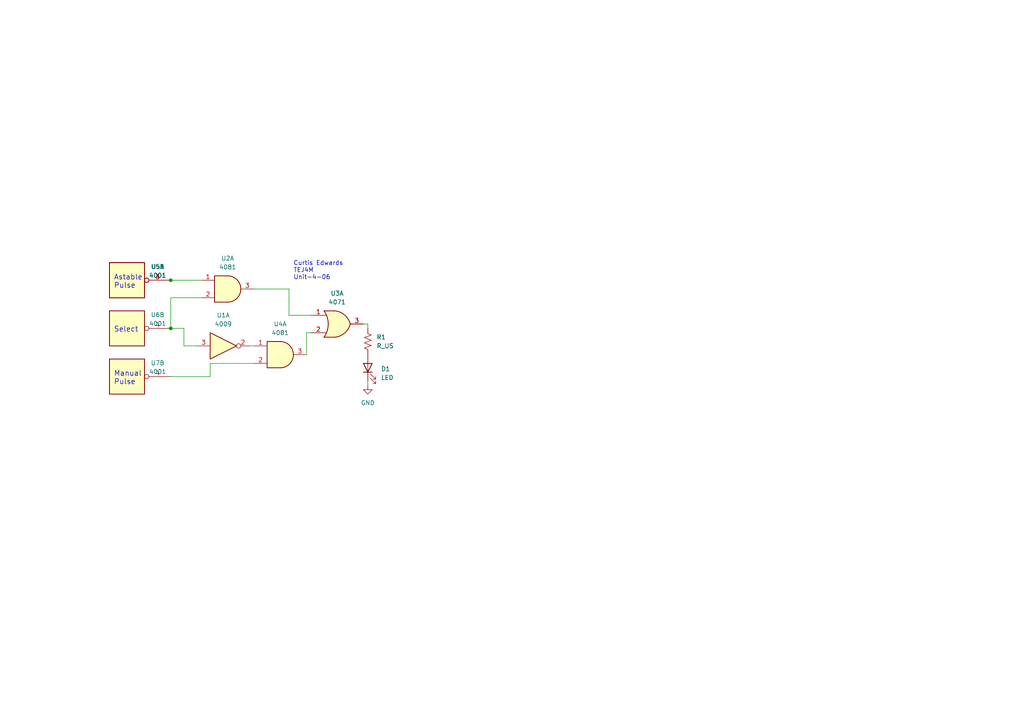
<source format=kicad_sch>
(kicad_sch (version 20230121) (generator eeschema)

  (uuid d47e9618-61dc-4ede-b2b2-95a4a4dfc545)

  (paper "A4")

  (lib_symbols
    (symbol "4001_1" (in_bom yes) (on_board yes)
      (property "Reference" "U5" (at 8.89 3.9369 0)
        (effects (font (size 1.27 1.27)))
      )
      (property "Value" "4001" (at 8.89 1.3969 0)
        (effects (font (size 1.27 1.27)))
      )
      (property "Footprint" "" (at 0 0 0)
        (effects (font (size 1.27 1.27)) hide)
      )
      (property "Datasheet" "" (at 0 0 0)
        (effects (font (size 1.27 1.27)) hide)
      )
      (symbol "4001_1_0_0"
        (rectangle (start -5.08 5.08) (end 5.08 -5.08)
          (stroke (width 0.254) (type default))
          (fill (type background))
        )
      )
      (symbol "4001_1_1_1"
        (pin output inverted (at 12.7 0 180) (length 7.62)
          (name "~" (effects (font (size 1.27 1.27))))
          (number "3" (effects (font (size 1.27 1.27))))
        )
      )
      (symbol "4001_1_2_1"
        (pin output inverted (at 12.7 0 180) (length 7.62)
          (name "~" (effects (font (size 1.27 1.27))))
          (number "4" (effects (font (size 1.27 1.27))))
        )
      )
      (symbol "4001_1_3_1"
        (pin output inverted (at 12.7 0 180) (length 7.62)
          (name "~" (effects (font (size 1.27 1.27))))
          (number "10" (effects (font (size 1.27 1.27))))
        )
      )
      (symbol "4001_1_4_1"
        (pin output inverted (at 12.7 0 180) (length 7.62)
          (name "~" (effects (font (size 1.27 1.27))))
          (number "11" (effects (font (size 1.27 1.27))))
        )
      )
    )
    (symbol "4xxx:4009" (pin_names (offset 1.016)) (in_bom yes) (on_board yes)
      (property "Reference" "U" (at 0 1.27 0)
        (effects (font (size 1.27 1.27)))
      )
      (property "Value" "4009" (at 0 -1.27 0)
        (effects (font (size 1.27 1.27)))
      )
      (property "Footprint" "" (at 0 0 0)
        (effects (font (size 1.27 1.27)) hide)
      )
      (property "Datasheet" "http://www.sycelectronica.com.ar/semiconductores/CD4009.pdf" (at 0 0 0)
        (effects (font (size 1.27 1.27)) hide)
      )
      (property "ki_locked" "" (at 0 0 0)
        (effects (font (size 1.27 1.27)))
      )
      (property "ki_keywords" "CMOS INV BUFFER high sink, VCC and VDD sep. VDD>VI>VCC!" (at 0 0 0)
        (effects (font (size 1.27 1.27)) hide)
      )
      (property "ki_description" "Hex Buffer Inverter" (at 0 0 0)
        (effects (font (size 1.27 1.27)) hide)
      )
      (property "ki_fp_filters" "DIP?16*" (at 0 0 0)
        (effects (font (size 1.27 1.27)) hide)
      )
      (symbol "4009_1_0"
        (polyline
          (pts
            (xy -3.81 3.81)
            (xy -3.81 -3.81)
            (xy 3.81 0)
            (xy -3.81 3.81)
          )
          (stroke (width 0.254) (type default))
          (fill (type background))
        )
        (pin output inverted (at 7.62 0 180) (length 3.81)
          (name "~" (effects (font (size 1.27 1.27))))
          (number "2" (effects (font (size 1.27 1.27))))
        )
        (pin input line (at -7.62 0 0) (length 3.81)
          (name "~" (effects (font (size 1.27 1.27))))
          (number "3" (effects (font (size 1.27 1.27))))
        )
      )
      (symbol "4009_2_0"
        (polyline
          (pts
            (xy -3.81 3.81)
            (xy -3.81 -3.81)
            (xy 3.81 0)
            (xy -3.81 3.81)
          )
          (stroke (width 0.254) (type default))
          (fill (type background))
        )
        (pin output inverted (at 7.62 0 180) (length 3.81)
          (name "~" (effects (font (size 1.27 1.27))))
          (number "4" (effects (font (size 1.27 1.27))))
        )
        (pin input line (at -7.62 0 0) (length 3.81)
          (name "~" (effects (font (size 1.27 1.27))))
          (number "5" (effects (font (size 1.27 1.27))))
        )
      )
      (symbol "4009_3_0"
        (polyline
          (pts
            (xy -3.81 3.81)
            (xy -3.81 -3.81)
            (xy 3.81 0)
            (xy -3.81 3.81)
          )
          (stroke (width 0.254) (type default))
          (fill (type background))
        )
        (pin output inverted (at 7.62 0 180) (length 3.81)
          (name "~" (effects (font (size 1.27 1.27))))
          (number "6" (effects (font (size 1.27 1.27))))
        )
        (pin input line (at -7.62 0 0) (length 3.81)
          (name "~" (effects (font (size 1.27 1.27))))
          (number "7" (effects (font (size 1.27 1.27))))
        )
      )
      (symbol "4009_4_0"
        (polyline
          (pts
            (xy -3.81 3.81)
            (xy -3.81 -3.81)
            (xy 3.81 0)
            (xy -3.81 3.81)
          )
          (stroke (width 0.254) (type default))
          (fill (type background))
        )
        (pin output inverted (at 7.62 0 180) (length 3.81)
          (name "~" (effects (font (size 1.27 1.27))))
          (number "10" (effects (font (size 1.27 1.27))))
        )
        (pin input line (at -7.62 0 0) (length 3.81)
          (name "~" (effects (font (size 1.27 1.27))))
          (number "9" (effects (font (size 1.27 1.27))))
        )
      )
      (symbol "4009_5_0"
        (polyline
          (pts
            (xy -3.81 3.81)
            (xy -3.81 -3.81)
            (xy 3.81 0)
            (xy -3.81 3.81)
          )
          (stroke (width 0.254) (type default))
          (fill (type background))
        )
        (pin input line (at -7.62 0 0) (length 3.81)
          (name "~" (effects (font (size 1.27 1.27))))
          (number "11" (effects (font (size 1.27 1.27))))
        )
        (pin output inverted (at 7.62 0 180) (length 3.81)
          (name "~" (effects (font (size 1.27 1.27))))
          (number "12" (effects (font (size 1.27 1.27))))
        )
      )
      (symbol "4009_6_0"
        (polyline
          (pts
            (xy -3.81 3.81)
            (xy -3.81 -3.81)
            (xy 3.81 0)
            (xy -3.81 3.81)
          )
          (stroke (width 0.254) (type default))
          (fill (type background))
        )
        (pin input line (at -7.62 0 0) (length 3.81)
          (name "~" (effects (font (size 1.27 1.27))))
          (number "14" (effects (font (size 1.27 1.27))))
        )
        (pin output inverted (at 7.62 0 180) (length 3.81)
          (name "~" (effects (font (size 1.27 1.27))))
          (number "15" (effects (font (size 1.27 1.27))))
        )
      )
      (symbol "4009_7_0"
        (pin power_in line (at 2.54 12.7 270) (length 5.08)
          (name "VCC" (effects (font (size 1.27 1.27))))
          (number "1" (effects (font (size 1.27 1.27))))
        )
        (pin power_in line (at -2.54 12.7 270) (length 5.08)
          (name "VDD" (effects (font (size 1.27 1.27))))
          (number "16" (effects (font (size 1.27 1.27))))
        )
        (pin power_in line (at 0 -12.7 90) (length 5.08)
          (name "VSS" (effects (font (size 1.27 1.27))))
          (number "8" (effects (font (size 1.27 1.27))))
        )
      )
      (symbol "4009_7_1"
        (rectangle (start -5.08 7.62) (end 5.08 -7.62)
          (stroke (width 0.254) (type default))
          (fill (type background))
        )
      )
    )
    (symbol "4xxx:4071" (pin_names (offset 1.016)) (in_bom yes) (on_board yes)
      (property "Reference" "U" (at 0 1.27 0)
        (effects (font (size 1.27 1.27)))
      )
      (property "Value" "4071" (at 0 -1.27 0)
        (effects (font (size 1.27 1.27)))
      )
      (property "Footprint" "" (at 0 0 0)
        (effects (font (size 1.27 1.27)) hide)
      )
      (property "Datasheet" "http://www.intersil.com/content/dam/Intersil/documents/cd40/cd4071bms-72bms-75bms.pdf" (at 0 0 0)
        (effects (font (size 1.27 1.27)) hide)
      )
      (property "ki_locked" "" (at 0 0 0)
        (effects (font (size 1.27 1.27)))
      )
      (property "ki_keywords" "CMOS OR2" (at 0 0 0)
        (effects (font (size 1.27 1.27)) hide)
      )
      (property "ki_description" "Quad Or 2 inputs" (at 0 0 0)
        (effects (font (size 1.27 1.27)) hide)
      )
      (property "ki_fp_filters" "DIP?14*" (at 0 0 0)
        (effects (font (size 1.27 1.27)) hide)
      )
      (symbol "4071_1_1"
        (arc (start -3.81 -3.81) (mid -2.589 0) (end -3.81 3.81)
          (stroke (width 0.254) (type default))
          (fill (type none))
        )
        (arc (start -0.6096 -3.81) (mid 2.1842 -2.5851) (end 3.81 0)
          (stroke (width 0.254) (type default))
          (fill (type background))
        )
        (polyline
          (pts
            (xy -3.81 -3.81)
            (xy -0.635 -3.81)
          )
          (stroke (width 0.254) (type default))
          (fill (type background))
        )
        (polyline
          (pts
            (xy -3.81 3.81)
            (xy -0.635 3.81)
          )
          (stroke (width 0.254) (type default))
          (fill (type background))
        )
        (polyline
          (pts
            (xy -0.635 3.81)
            (xy -3.81 3.81)
            (xy -3.81 3.81)
            (xy -3.556 3.4036)
            (xy -3.0226 2.2606)
            (xy -2.6924 1.0414)
            (xy -2.6162 -0.254)
            (xy -2.7686 -1.4986)
            (xy -3.175 -2.7178)
            (xy -3.81 -3.81)
            (xy -3.81 -3.81)
            (xy -0.635 -3.81)
          )
          (stroke (width -25.4) (type default))
          (fill (type background))
        )
        (arc (start 3.81 0) (mid 2.1915 2.5936) (end -0.6096 3.81)
          (stroke (width 0.254) (type default))
          (fill (type background))
        )
        (pin input line (at -7.62 2.54 0) (length 4.318)
          (name "~" (effects (font (size 1.27 1.27))))
          (number "1" (effects (font (size 1.27 1.27))))
        )
        (pin input line (at -7.62 -2.54 0) (length 4.318)
          (name "~" (effects (font (size 1.27 1.27))))
          (number "2" (effects (font (size 1.27 1.27))))
        )
        (pin output line (at 7.62 0 180) (length 3.81)
          (name "~" (effects (font (size 1.27 1.27))))
          (number "3" (effects (font (size 1.27 1.27))))
        )
      )
      (symbol "4071_1_2"
        (arc (start 0 -3.81) (mid 3.7934 0) (end 0 3.81)
          (stroke (width 0.254) (type default))
          (fill (type background))
        )
        (polyline
          (pts
            (xy 0 3.81)
            (xy -3.81 3.81)
            (xy -3.81 -3.81)
            (xy 0 -3.81)
          )
          (stroke (width 0.254) (type default))
          (fill (type background))
        )
        (pin input inverted (at -7.62 2.54 0) (length 3.81)
          (name "~" (effects (font (size 1.27 1.27))))
          (number "1" (effects (font (size 1.27 1.27))))
        )
        (pin input inverted (at -7.62 -2.54 0) (length 3.81)
          (name "~" (effects (font (size 1.27 1.27))))
          (number "2" (effects (font (size 1.27 1.27))))
        )
        (pin output inverted (at 7.62 0 180) (length 3.81)
          (name "~" (effects (font (size 1.27 1.27))))
          (number "3" (effects (font (size 1.27 1.27))))
        )
      )
      (symbol "4071_2_1"
        (arc (start -3.81 -3.81) (mid -2.589 0) (end -3.81 3.81)
          (stroke (width 0.254) (type default))
          (fill (type none))
        )
        (arc (start -0.6096 -3.81) (mid 2.1842 -2.5851) (end 3.81 0)
          (stroke (width 0.254) (type default))
          (fill (type background))
        )
        (polyline
          (pts
            (xy -3.81 -3.81)
            (xy -0.635 -3.81)
          )
          (stroke (width 0.254) (type default))
          (fill (type background))
        )
        (polyline
          (pts
            (xy -3.81 3.81)
            (xy -0.635 3.81)
          )
          (stroke (width 0.254) (type default))
          (fill (type background))
        )
        (polyline
          (pts
            (xy -0.635 3.81)
            (xy -3.81 3.81)
            (xy -3.81 3.81)
            (xy -3.556 3.4036)
            (xy -3.0226 2.2606)
            (xy -2.6924 1.0414)
            (xy -2.6162 -0.254)
            (xy -2.7686 -1.4986)
            (xy -3.175 -2.7178)
            (xy -3.81 -3.81)
            (xy -3.81 -3.81)
            (xy -0.635 -3.81)
          )
          (stroke (width -25.4) (type default))
          (fill (type background))
        )
        (arc (start 3.81 0) (mid 2.1915 2.5936) (end -0.6096 3.81)
          (stroke (width 0.254) (type default))
          (fill (type background))
        )
        (pin output line (at 7.62 0 180) (length 3.81)
          (name "~" (effects (font (size 1.27 1.27))))
          (number "4" (effects (font (size 1.27 1.27))))
        )
        (pin input line (at -7.62 2.54 0) (length 4.318)
          (name "~" (effects (font (size 1.27 1.27))))
          (number "5" (effects (font (size 1.27 1.27))))
        )
        (pin input line (at -7.62 -2.54 0) (length 4.318)
          (name "~" (effects (font (size 1.27 1.27))))
          (number "6" (effects (font (size 1.27 1.27))))
        )
      )
      (symbol "4071_2_2"
        (arc (start 0 -3.81) (mid 3.7934 0) (end 0 3.81)
          (stroke (width 0.254) (type default))
          (fill (type background))
        )
        (polyline
          (pts
            (xy 0 3.81)
            (xy -3.81 3.81)
            (xy -3.81 -3.81)
            (xy 0 -3.81)
          )
          (stroke (width 0.254) (type default))
          (fill (type background))
        )
        (pin output inverted (at 7.62 0 180) (length 3.81)
          (name "~" (effects (font (size 1.27 1.27))))
          (number "4" (effects (font (size 1.27 1.27))))
        )
        (pin input inverted (at -7.62 2.54 0) (length 3.81)
          (name "~" (effects (font (size 1.27 1.27))))
          (number "5" (effects (font (size 1.27 1.27))))
        )
        (pin input inverted (at -7.62 -2.54 0) (length 3.81)
          (name "~" (effects (font (size 1.27 1.27))))
          (number "6" (effects (font (size 1.27 1.27))))
        )
      )
      (symbol "4071_3_1"
        (arc (start -3.81 -3.81) (mid -2.589 0) (end -3.81 3.81)
          (stroke (width 0.254) (type default))
          (fill (type none))
        )
        (arc (start -0.6096 -3.81) (mid 2.1842 -2.5851) (end 3.81 0)
          (stroke (width 0.254) (type default))
          (fill (type background))
        )
        (polyline
          (pts
            (xy -3.81 -3.81)
            (xy -0.635 -3.81)
          )
          (stroke (width 0.254) (type default))
          (fill (type background))
        )
        (polyline
          (pts
            (xy -3.81 3.81)
            (xy -0.635 3.81)
          )
          (stroke (width 0.254) (type default))
          (fill (type background))
        )
        (polyline
          (pts
            (xy -0.635 3.81)
            (xy -3.81 3.81)
            (xy -3.81 3.81)
            (xy -3.556 3.4036)
            (xy -3.0226 2.2606)
            (xy -2.6924 1.0414)
            (xy -2.6162 -0.254)
            (xy -2.7686 -1.4986)
            (xy -3.175 -2.7178)
            (xy -3.81 -3.81)
            (xy -3.81 -3.81)
            (xy -0.635 -3.81)
          )
          (stroke (width -25.4) (type default))
          (fill (type background))
        )
        (arc (start 3.81 0) (mid 2.1915 2.5936) (end -0.6096 3.81)
          (stroke (width 0.254) (type default))
          (fill (type background))
        )
        (pin output line (at 7.62 0 180) (length 3.81)
          (name "~" (effects (font (size 1.27 1.27))))
          (number "10" (effects (font (size 1.27 1.27))))
        )
        (pin input line (at -7.62 2.54 0) (length 4.318)
          (name "~" (effects (font (size 1.27 1.27))))
          (number "8" (effects (font (size 1.27 1.27))))
        )
        (pin input line (at -7.62 -2.54 0) (length 4.318)
          (name "~" (effects (font (size 1.27 1.27))))
          (number "9" (effects (font (size 1.27 1.27))))
        )
      )
      (symbol "4071_3_2"
        (arc (start 0 -3.81) (mid 3.7934 0) (end 0 3.81)
          (stroke (width 0.254) (type default))
          (fill (type background))
        )
        (polyline
          (pts
            (xy 0 3.81)
            (xy -3.81 3.81)
            (xy -3.81 -3.81)
            (xy 0 -3.81)
          )
          (stroke (width 0.254) (type default))
          (fill (type background))
        )
        (pin output inverted (at 7.62 0 180) (length 3.81)
          (name "~" (effects (font (size 1.27 1.27))))
          (number "10" (effects (font (size 1.27 1.27))))
        )
        (pin input inverted (at -7.62 2.54 0) (length 3.81)
          (name "~" (effects (font (size 1.27 1.27))))
          (number "8" (effects (font (size 1.27 1.27))))
        )
        (pin input inverted (at -7.62 -2.54 0) (length 3.81)
          (name "~" (effects (font (size 1.27 1.27))))
          (number "9" (effects (font (size 1.27 1.27))))
        )
      )
      (symbol "4071_4_1"
        (arc (start -3.81 -3.81) (mid -2.589 0) (end -3.81 3.81)
          (stroke (width 0.254) (type default))
          (fill (type none))
        )
        (arc (start -0.6096 -3.81) (mid 2.1842 -2.5851) (end 3.81 0)
          (stroke (width 0.254) (type default))
          (fill (type background))
        )
        (polyline
          (pts
            (xy -3.81 -3.81)
            (xy -0.635 -3.81)
          )
          (stroke (width 0.254) (type default))
          (fill (type background))
        )
        (polyline
          (pts
            (xy -3.81 3.81)
            (xy -0.635 3.81)
          )
          (stroke (width 0.254) (type default))
          (fill (type background))
        )
        (polyline
          (pts
            (xy -0.635 3.81)
            (xy -3.81 3.81)
            (xy -3.81 3.81)
            (xy -3.556 3.4036)
            (xy -3.0226 2.2606)
            (xy -2.6924 1.0414)
            (xy -2.6162 -0.254)
            (xy -2.7686 -1.4986)
            (xy -3.175 -2.7178)
            (xy -3.81 -3.81)
            (xy -3.81 -3.81)
            (xy -0.635 -3.81)
          )
          (stroke (width -25.4) (type default))
          (fill (type background))
        )
        (arc (start 3.81 0) (mid 2.1915 2.5936) (end -0.6096 3.81)
          (stroke (width 0.254) (type default))
          (fill (type background))
        )
        (pin output line (at 7.62 0 180) (length 3.81)
          (name "~" (effects (font (size 1.27 1.27))))
          (number "11" (effects (font (size 1.27 1.27))))
        )
        (pin input line (at -7.62 2.54 0) (length 4.318)
          (name "~" (effects (font (size 1.27 1.27))))
          (number "12" (effects (font (size 1.27 1.27))))
        )
        (pin input line (at -7.62 -2.54 0) (length 4.318)
          (name "~" (effects (font (size 1.27 1.27))))
          (number "13" (effects (font (size 1.27 1.27))))
        )
      )
      (symbol "4071_4_2"
        (arc (start 0 -3.81) (mid 3.7934 0) (end 0 3.81)
          (stroke (width 0.254) (type default))
          (fill (type background))
        )
        (polyline
          (pts
            (xy 0 3.81)
            (xy -3.81 3.81)
            (xy -3.81 -3.81)
            (xy 0 -3.81)
          )
          (stroke (width 0.254) (type default))
          (fill (type background))
        )
        (pin output inverted (at 7.62 0 180) (length 3.81)
          (name "~" (effects (font (size 1.27 1.27))))
          (number "11" (effects (font (size 1.27 1.27))))
        )
        (pin input inverted (at -7.62 2.54 0) (length 3.81)
          (name "~" (effects (font (size 1.27 1.27))))
          (number "12" (effects (font (size 1.27 1.27))))
        )
        (pin input inverted (at -7.62 -2.54 0) (length 3.81)
          (name "~" (effects (font (size 1.27 1.27))))
          (number "13" (effects (font (size 1.27 1.27))))
        )
      )
      (symbol "4071_5_0"
        (pin power_in line (at 0 12.7 270) (length 5.08)
          (name "VDD" (effects (font (size 1.27 1.27))))
          (number "14" (effects (font (size 1.27 1.27))))
        )
        (pin power_in line (at 0 -12.7 90) (length 5.08)
          (name "VSS" (effects (font (size 1.27 1.27))))
          (number "7" (effects (font (size 1.27 1.27))))
        )
      )
      (symbol "4071_5_1"
        (rectangle (start -5.08 7.62) (end 5.08 -7.62)
          (stroke (width 0.254) (type default))
          (fill (type background))
        )
      )
    )
    (symbol "4xxx:4081" (pin_names (offset 1.016)) (in_bom yes) (on_board yes)
      (property "Reference" "U" (at 0 1.27 0)
        (effects (font (size 1.27 1.27)))
      )
      (property "Value" "4081" (at 0 -1.27 0)
        (effects (font (size 1.27 1.27)))
      )
      (property "Footprint" "" (at 0 0 0)
        (effects (font (size 1.27 1.27)) hide)
      )
      (property "Datasheet" "http://www.intersil.com/content/dam/Intersil/documents/cd40/cd4073bms-81bms-82bms.pdf" (at 0 0 0)
        (effects (font (size 1.27 1.27)) hide)
      )
      (property "ki_locked" "" (at 0 0 0)
        (effects (font (size 1.27 1.27)))
      )
      (property "ki_keywords" "CMOS And2" (at 0 0 0)
        (effects (font (size 1.27 1.27)) hide)
      )
      (property "ki_description" "Quad And 2 inputs" (at 0 0 0)
        (effects (font (size 1.27 1.27)) hide)
      )
      (property "ki_fp_filters" "DIP?14*" (at 0 0 0)
        (effects (font (size 1.27 1.27)) hide)
      )
      (symbol "4081_1_1"
        (arc (start 0 -3.81) (mid 3.7934 0) (end 0 3.81)
          (stroke (width 0.254) (type default))
          (fill (type background))
        )
        (polyline
          (pts
            (xy 0 3.81)
            (xy -3.81 3.81)
            (xy -3.81 -3.81)
            (xy 0 -3.81)
          )
          (stroke (width 0.254) (type default))
          (fill (type background))
        )
        (pin input line (at -7.62 2.54 0) (length 3.81)
          (name "~" (effects (font (size 1.27 1.27))))
          (number "1" (effects (font (size 1.27 1.27))))
        )
        (pin input line (at -7.62 -2.54 0) (length 3.81)
          (name "~" (effects (font (size 1.27 1.27))))
          (number "2" (effects (font (size 1.27 1.27))))
        )
        (pin output line (at 7.62 0 180) (length 3.81)
          (name "~" (effects (font (size 1.27 1.27))))
          (number "3" (effects (font (size 1.27 1.27))))
        )
      )
      (symbol "4081_1_2"
        (arc (start -3.81 -3.81) (mid -2.589 0) (end -3.81 3.81)
          (stroke (width 0.254) (type default))
          (fill (type none))
        )
        (arc (start -0.6096 -3.81) (mid 2.1842 -2.5851) (end 3.81 0)
          (stroke (width 0.254) (type default))
          (fill (type background))
        )
        (polyline
          (pts
            (xy -3.81 -3.81)
            (xy -0.635 -3.81)
          )
          (stroke (width 0.254) (type default))
          (fill (type background))
        )
        (polyline
          (pts
            (xy -3.81 3.81)
            (xy -0.635 3.81)
          )
          (stroke (width 0.254) (type default))
          (fill (type background))
        )
        (polyline
          (pts
            (xy -0.635 3.81)
            (xy -3.81 3.81)
            (xy -3.81 3.81)
            (xy -3.556 3.4036)
            (xy -3.0226 2.2606)
            (xy -2.6924 1.0414)
            (xy -2.6162 -0.254)
            (xy -2.7686 -1.4986)
            (xy -3.175 -2.7178)
            (xy -3.81 -3.81)
            (xy -3.81 -3.81)
            (xy -0.635 -3.81)
          )
          (stroke (width -25.4) (type default))
          (fill (type background))
        )
        (arc (start 3.81 0) (mid 2.1915 2.5936) (end -0.6096 3.81)
          (stroke (width 0.254) (type default))
          (fill (type background))
        )
        (pin input inverted (at -7.62 2.54 0) (length 4.318)
          (name "~" (effects (font (size 1.27 1.27))))
          (number "1" (effects (font (size 1.27 1.27))))
        )
        (pin input inverted (at -7.62 -2.54 0) (length 4.318)
          (name "~" (effects (font (size 1.27 1.27))))
          (number "2" (effects (font (size 1.27 1.27))))
        )
        (pin output inverted (at 7.62 0 180) (length 3.81)
          (name "~" (effects (font (size 1.27 1.27))))
          (number "3" (effects (font (size 1.27 1.27))))
        )
      )
      (symbol "4081_2_1"
        (arc (start 0 -3.81) (mid 3.7934 0) (end 0 3.81)
          (stroke (width 0.254) (type default))
          (fill (type background))
        )
        (polyline
          (pts
            (xy 0 3.81)
            (xy -3.81 3.81)
            (xy -3.81 -3.81)
            (xy 0 -3.81)
          )
          (stroke (width 0.254) (type default))
          (fill (type background))
        )
        (pin output line (at 7.62 0 180) (length 3.81)
          (name "~" (effects (font (size 1.27 1.27))))
          (number "4" (effects (font (size 1.27 1.27))))
        )
        (pin input line (at -7.62 2.54 0) (length 3.81)
          (name "~" (effects (font (size 1.27 1.27))))
          (number "5" (effects (font (size 1.27 1.27))))
        )
        (pin input line (at -7.62 -2.54 0) (length 3.81)
          (name "~" (effects (font (size 1.27 1.27))))
          (number "6" (effects (font (size 1.27 1.27))))
        )
      )
      (symbol "4081_2_2"
        (arc (start -3.81 -3.81) (mid -2.589 0) (end -3.81 3.81)
          (stroke (width 0.254) (type default))
          (fill (type none))
        )
        (arc (start -0.6096 -3.81) (mid 2.1842 -2.5851) (end 3.81 0)
          (stroke (width 0.254) (type default))
          (fill (type background))
        )
        (polyline
          (pts
            (xy -3.81 -3.81)
            (xy -0.635 -3.81)
          )
          (stroke (width 0.254) (type default))
          (fill (type background))
        )
        (polyline
          (pts
            (xy -3.81 3.81)
            (xy -0.635 3.81)
          )
          (stroke (width 0.254) (type default))
          (fill (type background))
        )
        (polyline
          (pts
            (xy -0.635 3.81)
            (xy -3.81 3.81)
            (xy -3.81 3.81)
            (xy -3.556 3.4036)
            (xy -3.0226 2.2606)
            (xy -2.6924 1.0414)
            (xy -2.6162 -0.254)
            (xy -2.7686 -1.4986)
            (xy -3.175 -2.7178)
            (xy -3.81 -3.81)
            (xy -3.81 -3.81)
            (xy -0.635 -3.81)
          )
          (stroke (width -25.4) (type default))
          (fill (type background))
        )
        (arc (start 3.81 0) (mid 2.1915 2.5936) (end -0.6096 3.81)
          (stroke (width 0.254) (type default))
          (fill (type background))
        )
        (pin output inverted (at 7.62 0 180) (length 3.81)
          (name "~" (effects (font (size 1.27 1.27))))
          (number "4" (effects (font (size 1.27 1.27))))
        )
        (pin input inverted (at -7.62 2.54 0) (length 4.318)
          (name "~" (effects (font (size 1.27 1.27))))
          (number "5" (effects (font (size 1.27 1.27))))
        )
        (pin input inverted (at -7.62 -2.54 0) (length 4.318)
          (name "~" (effects (font (size 1.27 1.27))))
          (number "6" (effects (font (size 1.27 1.27))))
        )
      )
      (symbol "4081_3_1"
        (arc (start 0 -3.81) (mid 3.7934 0) (end 0 3.81)
          (stroke (width 0.254) (type default))
          (fill (type background))
        )
        (polyline
          (pts
            (xy 0 3.81)
            (xy -3.81 3.81)
            (xy -3.81 -3.81)
            (xy 0 -3.81)
          )
          (stroke (width 0.254) (type default))
          (fill (type background))
        )
        (pin output line (at 7.62 0 180) (length 3.81)
          (name "~" (effects (font (size 1.27 1.27))))
          (number "10" (effects (font (size 1.27 1.27))))
        )
        (pin input line (at -7.62 2.54 0) (length 3.81)
          (name "~" (effects (font (size 1.27 1.27))))
          (number "8" (effects (font (size 1.27 1.27))))
        )
        (pin input line (at -7.62 -2.54 0) (length 3.81)
          (name "~" (effects (font (size 1.27 1.27))))
          (number "9" (effects (font (size 1.27 1.27))))
        )
      )
      (symbol "4081_3_2"
        (arc (start -3.81 -3.81) (mid -2.589 0) (end -3.81 3.81)
          (stroke (width 0.254) (type default))
          (fill (type none))
        )
        (arc (start -0.6096 -3.81) (mid 2.1842 -2.5851) (end 3.81 0)
          (stroke (width 0.254) (type default))
          (fill (type background))
        )
        (polyline
          (pts
            (xy -3.81 -3.81)
            (xy -0.635 -3.81)
          )
          (stroke (width 0.254) (type default))
          (fill (type background))
        )
        (polyline
          (pts
            (xy -3.81 3.81)
            (xy -0.635 3.81)
          )
          (stroke (width 0.254) (type default))
          (fill (type background))
        )
        (polyline
          (pts
            (xy -0.635 3.81)
            (xy -3.81 3.81)
            (xy -3.81 3.81)
            (xy -3.556 3.4036)
            (xy -3.0226 2.2606)
            (xy -2.6924 1.0414)
            (xy -2.6162 -0.254)
            (xy -2.7686 -1.4986)
            (xy -3.175 -2.7178)
            (xy -3.81 -3.81)
            (xy -3.81 -3.81)
            (xy -0.635 -3.81)
          )
          (stroke (width -25.4) (type default))
          (fill (type background))
        )
        (arc (start 3.81 0) (mid 2.1915 2.5936) (end -0.6096 3.81)
          (stroke (width 0.254) (type default))
          (fill (type background))
        )
        (pin output inverted (at 7.62 0 180) (length 3.81)
          (name "~" (effects (font (size 1.27 1.27))))
          (number "10" (effects (font (size 1.27 1.27))))
        )
        (pin input inverted (at -7.62 2.54 0) (length 4.318)
          (name "~" (effects (font (size 1.27 1.27))))
          (number "8" (effects (font (size 1.27 1.27))))
        )
        (pin input inverted (at -7.62 -2.54 0) (length 4.318)
          (name "~" (effects (font (size 1.27 1.27))))
          (number "9" (effects (font (size 1.27 1.27))))
        )
      )
      (symbol "4081_4_1"
        (arc (start 0 -3.81) (mid 3.7934 0) (end 0 3.81)
          (stroke (width 0.254) (type default))
          (fill (type background))
        )
        (polyline
          (pts
            (xy 0 3.81)
            (xy -3.81 3.81)
            (xy -3.81 -3.81)
            (xy 0 -3.81)
          )
          (stroke (width 0.254) (type default))
          (fill (type background))
        )
        (pin output line (at 7.62 0 180) (length 3.81)
          (name "~" (effects (font (size 1.27 1.27))))
          (number "11" (effects (font (size 1.27 1.27))))
        )
        (pin input line (at -7.62 2.54 0) (length 3.81)
          (name "~" (effects (font (size 1.27 1.27))))
          (number "12" (effects (font (size 1.27 1.27))))
        )
        (pin input line (at -7.62 -2.54 0) (length 3.81)
          (name "~" (effects (font (size 1.27 1.27))))
          (number "13" (effects (font (size 1.27 1.27))))
        )
      )
      (symbol "4081_4_2"
        (arc (start -3.81 -3.81) (mid -2.589 0) (end -3.81 3.81)
          (stroke (width 0.254) (type default))
          (fill (type none))
        )
        (arc (start -0.6096 -3.81) (mid 2.1842 -2.5851) (end 3.81 0)
          (stroke (width 0.254) (type default))
          (fill (type background))
        )
        (polyline
          (pts
            (xy -3.81 -3.81)
            (xy -0.635 -3.81)
          )
          (stroke (width 0.254) (type default))
          (fill (type background))
        )
        (polyline
          (pts
            (xy -3.81 3.81)
            (xy -0.635 3.81)
          )
          (stroke (width 0.254) (type default))
          (fill (type background))
        )
        (polyline
          (pts
            (xy -0.635 3.81)
            (xy -3.81 3.81)
            (xy -3.81 3.81)
            (xy -3.556 3.4036)
            (xy -3.0226 2.2606)
            (xy -2.6924 1.0414)
            (xy -2.6162 -0.254)
            (xy -2.7686 -1.4986)
            (xy -3.175 -2.7178)
            (xy -3.81 -3.81)
            (xy -3.81 -3.81)
            (xy -0.635 -3.81)
          )
          (stroke (width -25.4) (type default))
          (fill (type background))
        )
        (arc (start 3.81 0) (mid 2.1915 2.5936) (end -0.6096 3.81)
          (stroke (width 0.254) (type default))
          (fill (type background))
        )
        (pin output inverted (at 7.62 0 180) (length 3.81)
          (name "~" (effects (font (size 1.27 1.27))))
          (number "11" (effects (font (size 1.27 1.27))))
        )
        (pin input inverted (at -7.62 2.54 0) (length 4.318)
          (name "~" (effects (font (size 1.27 1.27))))
          (number "12" (effects (font (size 1.27 1.27))))
        )
        (pin input inverted (at -7.62 -2.54 0) (length 4.318)
          (name "~" (effects (font (size 1.27 1.27))))
          (number "13" (effects (font (size 1.27 1.27))))
        )
      )
      (symbol "4081_5_0"
        (pin power_in line (at 0 12.7 270) (length 5.08)
          (name "VDD" (effects (font (size 1.27 1.27))))
          (number "14" (effects (font (size 1.27 1.27))))
        )
        (pin power_in line (at 0 -12.7 90) (length 5.08)
          (name "VSS" (effects (font (size 1.27 1.27))))
          (number "7" (effects (font (size 1.27 1.27))))
        )
      )
      (symbol "4081_5_1"
        (rectangle (start -5.08 7.62) (end 5.08 -7.62)
          (stroke (width 0.254) (type default))
          (fill (type background))
        )
      )
    )
    (symbol "4xxx_IEEE:4001" (in_bom yes) (on_board yes)
      (property "Reference" "U5" (at 8.89 3.9369 0)
        (effects (font (size 1.27 1.27)))
      )
      (property "Value" "4001" (at 8.89 1.3969 0)
        (effects (font (size 1.27 1.27)))
      )
      (property "Footprint" "" (at 0 0 0)
        (effects (font (size 1.27 1.27)) hide)
      )
      (property "Datasheet" "" (at 0 0 0)
        (effects (font (size 1.27 1.27)) hide)
      )
      (symbol "4001_0_0"
        (rectangle (start -5.08 5.08) (end 5.08 -5.08)
          (stroke (width 0.254) (type default))
          (fill (type background))
        )
      )
      (symbol "4001_1_1"
        (pin output inverted (at 12.7 0 180) (length 7.62)
          (name "~" (effects (font (size 1.27 1.27))))
          (number "3" (effects (font (size 1.27 1.27))))
        )
      )
      (symbol "4001_2_1"
        (pin output inverted (at 12.7 0 180) (length 7.62)
          (name "~" (effects (font (size 1.27 1.27))))
          (number "4" (effects (font (size 1.27 1.27))))
        )
      )
      (symbol "4001_3_1"
        (pin output inverted (at 12.7 0 180) (length 7.62)
          (name "~" (effects (font (size 1.27 1.27))))
          (number "10" (effects (font (size 1.27 1.27))))
        )
      )
      (symbol "4001_4_1"
        (pin output inverted (at 12.7 0 180) (length 7.62)
          (name "~" (effects (font (size 1.27 1.27))))
          (number "11" (effects (font (size 1.27 1.27))))
        )
      )
    )
    (symbol "Device:LED" (pin_numbers hide) (pin_names (offset 1.016) hide) (in_bom yes) (on_board yes)
      (property "Reference" "D" (at 0 2.54 0)
        (effects (font (size 1.27 1.27)))
      )
      (property "Value" "LED" (at 0 -2.54 0)
        (effects (font (size 1.27 1.27)))
      )
      (property "Footprint" "" (at 0 0 0)
        (effects (font (size 1.27 1.27)) hide)
      )
      (property "Datasheet" "~" (at 0 0 0)
        (effects (font (size 1.27 1.27)) hide)
      )
      (property "ki_keywords" "LED diode" (at 0 0 0)
        (effects (font (size 1.27 1.27)) hide)
      )
      (property "ki_description" "Light emitting diode" (at 0 0 0)
        (effects (font (size 1.27 1.27)) hide)
      )
      (property "ki_fp_filters" "LED* LED_SMD:* LED_THT:*" (at 0 0 0)
        (effects (font (size 1.27 1.27)) hide)
      )
      (symbol "LED_0_1"
        (polyline
          (pts
            (xy -1.27 -1.27)
            (xy -1.27 1.27)
          )
          (stroke (width 0.254) (type default))
          (fill (type none))
        )
        (polyline
          (pts
            (xy -1.27 0)
            (xy 1.27 0)
          )
          (stroke (width 0) (type default))
          (fill (type none))
        )
        (polyline
          (pts
            (xy 1.27 -1.27)
            (xy 1.27 1.27)
            (xy -1.27 0)
            (xy 1.27 -1.27)
          )
          (stroke (width 0.254) (type default))
          (fill (type none))
        )
        (polyline
          (pts
            (xy -3.048 -0.762)
            (xy -4.572 -2.286)
            (xy -3.81 -2.286)
            (xy -4.572 -2.286)
            (xy -4.572 -1.524)
          )
          (stroke (width 0) (type default))
          (fill (type none))
        )
        (polyline
          (pts
            (xy -1.778 -0.762)
            (xy -3.302 -2.286)
            (xy -2.54 -2.286)
            (xy -3.302 -2.286)
            (xy -3.302 -1.524)
          )
          (stroke (width 0) (type default))
          (fill (type none))
        )
      )
      (symbol "LED_1_1"
        (pin passive line (at -3.81 0 0) (length 2.54)
          (name "K" (effects (font (size 1.27 1.27))))
          (number "1" (effects (font (size 1.27 1.27))))
        )
        (pin passive line (at 3.81 0 180) (length 2.54)
          (name "A" (effects (font (size 1.27 1.27))))
          (number "2" (effects (font (size 1.27 1.27))))
        )
      )
    )
    (symbol "Device:R_US" (pin_numbers hide) (pin_names (offset 0)) (in_bom yes) (on_board yes)
      (property "Reference" "R" (at 2.54 0 90)
        (effects (font (size 1.27 1.27)))
      )
      (property "Value" "R_US" (at -2.54 0 90)
        (effects (font (size 1.27 1.27)))
      )
      (property "Footprint" "" (at 1.016 -0.254 90)
        (effects (font (size 1.27 1.27)) hide)
      )
      (property "Datasheet" "~" (at 0 0 0)
        (effects (font (size 1.27 1.27)) hide)
      )
      (property "ki_keywords" "R res resistor" (at 0 0 0)
        (effects (font (size 1.27 1.27)) hide)
      )
      (property "ki_description" "Resistor, US symbol" (at 0 0 0)
        (effects (font (size 1.27 1.27)) hide)
      )
      (property "ki_fp_filters" "R_*" (at 0 0 0)
        (effects (font (size 1.27 1.27)) hide)
      )
      (symbol "R_US_0_1"
        (polyline
          (pts
            (xy 0 -2.286)
            (xy 0 -2.54)
          )
          (stroke (width 0) (type default))
          (fill (type none))
        )
        (polyline
          (pts
            (xy 0 2.286)
            (xy 0 2.54)
          )
          (stroke (width 0) (type default))
          (fill (type none))
        )
        (polyline
          (pts
            (xy 0 -0.762)
            (xy 1.016 -1.143)
            (xy 0 -1.524)
            (xy -1.016 -1.905)
            (xy 0 -2.286)
          )
          (stroke (width 0) (type default))
          (fill (type none))
        )
        (polyline
          (pts
            (xy 0 0.762)
            (xy 1.016 0.381)
            (xy 0 0)
            (xy -1.016 -0.381)
            (xy 0 -0.762)
          )
          (stroke (width 0) (type default))
          (fill (type none))
        )
        (polyline
          (pts
            (xy 0 2.286)
            (xy 1.016 1.905)
            (xy 0 1.524)
            (xy -1.016 1.143)
            (xy 0 0.762)
          )
          (stroke (width 0) (type default))
          (fill (type none))
        )
      )
      (symbol "R_US_1_1"
        (pin passive line (at 0 3.81 270) (length 1.27)
          (name "~" (effects (font (size 1.27 1.27))))
          (number "1" (effects (font (size 1.27 1.27))))
        )
        (pin passive line (at 0 -3.81 90) (length 1.27)
          (name "~" (effects (font (size 1.27 1.27))))
          (number "2" (effects (font (size 1.27 1.27))))
        )
      )
    )
    (symbol "power:GND" (power) (pin_names (offset 0)) (in_bom yes) (on_board yes)
      (property "Reference" "#PWR" (at 0 -6.35 0)
        (effects (font (size 1.27 1.27)) hide)
      )
      (property "Value" "GND" (at 0 -3.81 0)
        (effects (font (size 1.27 1.27)))
      )
      (property "Footprint" "" (at 0 0 0)
        (effects (font (size 1.27 1.27)) hide)
      )
      (property "Datasheet" "" (at 0 0 0)
        (effects (font (size 1.27 1.27)) hide)
      )
      (property "ki_keywords" "global power" (at 0 0 0)
        (effects (font (size 1.27 1.27)) hide)
      )
      (property "ki_description" "Power symbol creates a global label with name \"GND\" , ground" (at 0 0 0)
        (effects (font (size 1.27 1.27)) hide)
      )
      (symbol "GND_0_1"
        (polyline
          (pts
            (xy 0 0)
            (xy 0 -1.27)
            (xy 1.27 -1.27)
            (xy 0 -2.54)
            (xy -1.27 -1.27)
            (xy 0 -1.27)
          )
          (stroke (width 0) (type default))
          (fill (type none))
        )
      )
      (symbol "GND_1_1"
        (pin power_in line (at 0 0 270) (length 0) hide
          (name "GND" (effects (font (size 1.27 1.27))))
          (number "1" (effects (font (size 1.27 1.27))))
        )
      )
    )
  )

  (junction (at 49.53 81.28) (diameter 0) (color 0 0 0 0)
    (uuid 9d93afcf-3c9c-413b-a7c9-7334d0ea544c)
  )
  (junction (at 49.53 95.25) (diameter 0) (color 0 0 0 0)
    (uuid c80b4b43-8615-4576-a0fe-3799b0ddc9de)
  )

  (wire (pts (xy 49.53 86.36) (xy 49.53 95.25))
    (stroke (width 0) (type default))
    (uuid 143289e1-f1e7-4a3a-b63d-0e0b78c85d22)
  )
  (wire (pts (xy 106.68 93.98) (xy 105.41 93.98))
    (stroke (width 0) (type default))
    (uuid 1c0f5901-eae0-44e3-bae6-74f70c0b7b82)
  )
  (wire (pts (xy 106.68 95.25) (xy 106.68 93.98))
    (stroke (width 0) (type default))
    (uuid 1c171939-55b4-42f7-acf6-7d9621e11fec)
  )
  (wire (pts (xy 53.34 95.25) (xy 49.53 95.25))
    (stroke (width 0) (type default))
    (uuid 1eecba5d-56ed-43c4-a159-72a7153701c6)
  )
  (wire (pts (xy 90.17 91.44) (xy 83.82 91.44))
    (stroke (width 0) (type default))
    (uuid 25759e3a-0057-432e-86a1-32377aa07d58)
  )
  (wire (pts (xy 72.39 100.33) (xy 73.66 100.33))
    (stroke (width 0) (type default))
    (uuid 2ea980e4-172d-4ca5-8d6e-3068a527dd38)
  )
  (wire (pts (xy 49.53 81.28) (xy 58.42 81.28))
    (stroke (width 0) (type default))
    (uuid 397bba79-44f0-4e86-873f-4a5c3c5cf211)
  )
  (wire (pts (xy 73.66 105.41) (xy 60.96 105.41))
    (stroke (width 0) (type default))
    (uuid 4c304b5c-d7f6-4b68-aa30-efd04d3ab541)
  )
  (wire (pts (xy 83.82 91.44) (xy 83.82 83.82))
    (stroke (width 0) (type default))
    (uuid 4dc153dd-4b6d-496d-911a-e5ae8c71b9e4)
  )
  (wire (pts (xy 83.82 83.82) (xy 73.66 83.82))
    (stroke (width 0) (type default))
    (uuid 7e3253b1-e14f-4c74-a949-bb88ab17bbaa)
  )
  (wire (pts (xy 88.9 96.52) (xy 90.17 96.52))
    (stroke (width 0) (type default))
    (uuid 98cea840-7168-44b3-af3a-95ddd5b40b41)
  )
  (wire (pts (xy 60.96 105.41) (xy 60.96 109.22))
    (stroke (width 0) (type default))
    (uuid a99769af-9a21-4f30-a842-b6d2c78f9627)
  )
  (wire (pts (xy 53.34 100.33) (xy 53.34 95.25))
    (stroke (width 0) (type default))
    (uuid ca47b149-5bde-4eae-a48c-0dbca811934c)
  )
  (wire (pts (xy 106.68 110.49) (xy 106.68 111.76))
    (stroke (width 0) (type default))
    (uuid cf6bf8dd-201f-467c-945b-fea065ecdb05)
  )
  (wire (pts (xy 88.9 102.87) (xy 88.9 96.52))
    (stroke (width 0) (type default))
    (uuid d2d22898-76ab-42dd-9e92-cde053729827)
  )
  (wire (pts (xy 60.96 109.22) (xy 49.53 109.22))
    (stroke (width 0) (type default))
    (uuid d2dd5dc7-5b82-4171-8ae3-14ede879ff68)
  )
  (wire (pts (xy 57.15 100.33) (xy 53.34 100.33))
    (stroke (width 0) (type default))
    (uuid d5be4002-48b0-49db-b90d-45640f8cc47b)
  )
  (wire (pts (xy 58.42 86.36) (xy 49.53 86.36))
    (stroke (width 0) (type default))
    (uuid e8062ea4-e057-4928-aaf6-a6afec035bc4)
  )

  (text "Manual\nPulse" (at 33.02 111.76 0)
    (effects (font (size 1.5 1.5)) (justify left bottom))
    (uuid 31d7cf70-04f9-4b56-8fdd-77fb160883cc)
  )
  (text "Astable\nPulse" (at 33.02 83.82 0)
    (effects (font (size 1.5 1.5)) (justify left bottom))
    (uuid 8f450b46-3f3a-4a26-af5e-8a89d779fb85)
  )
  (text "Curtis Edwards\nTEJ4M\nUnit-4-06" (at 85.09 81.28 0)
    (effects (font (size 1.27 1.27)) (justify left bottom))
    (uuid bd7442e0-79fd-42a5-9765-c5ab59f1ec00)
  )
  (text "Select" (at 33.02 96.52 0)
    (effects (font (size 1.5 1.5)) (justify left bottom))
    (uuid cc7e725f-7a32-4641-a6be-cf4167cbe329)
  )

  (symbol (lib_name "4001_1") (lib_id "4xxx_IEEE:4001") (at 36.83 95.25 0) (unit 2)
    (in_bom yes) (on_board yes) (dnp no) (fields_autoplaced)
    (uuid 2e783568-4c47-4261-8c45-4572c380a7b3)
    (property "Reference" "U6" (at 45.72 91.3131 0)
      (effects (font (size 1.27 1.27)))
    )
    (property "Value" "4001" (at 45.72 93.8531 0)
      (effects (font (size 1.27 1.27)))
    )
    (property "Footprint" "" (at 36.83 95.25 0)
      (effects (font (size 1.27 1.27)) hide)
    )
    (property "Datasheet" "" (at 36.83 95.25 0)
      (effects (font (size 1.27 1.27)) hide)
    )
    (pin "3" (uuid 1911f130-6b9b-4a40-af5c-62f25fa11311))
    (pin "4" (uuid 177bc022-5709-4013-b914-d8f1bcd4777b))
    (pin "10" (uuid 5bd5deb9-7feb-47ec-835b-9ae5f50e9c62))
    (pin "11" (uuid 50434ef8-4ddd-4fd6-b793-a591ca3a9f19))
    (instances
      (project "TEJ4M-Unit-4-06"
        (path "/d47e9618-61dc-4ede-b2b2-95a4a4dfc545"
          (reference "U6") (unit 2)
        )
      )
    )
  )

  (symbol (lib_id "Device:R_US") (at 106.68 99.06 0) (unit 1)
    (in_bom yes) (on_board yes) (dnp no) (fields_autoplaced)
    (uuid 52ae93b2-7b18-4a83-b158-c4a295a97aeb)
    (property "Reference" "R1" (at 109.22 97.79 0)
      (effects (font (size 1.27 1.27)) (justify left))
    )
    (property "Value" "R_US" (at 109.22 100.33 0)
      (effects (font (size 1.27 1.27)) (justify left))
    )
    (property "Footprint" "" (at 107.696 99.314 90)
      (effects (font (size 1.27 1.27)) hide)
    )
    (property "Datasheet" "~" (at 106.68 99.06 0)
      (effects (font (size 1.27 1.27)) hide)
    )
    (pin "1" (uuid 642b15bb-66ce-4f95-b765-4c7f7cb7f932))
    (pin "2" (uuid 3807300e-5f88-4a52-b86f-f51aa021bb4d))
    (instances
      (project "TEJ4M-Unit-4-06"
        (path "/d47e9618-61dc-4ede-b2b2-95a4a4dfc545"
          (reference "R1") (unit 1)
        )
      )
    )
  )

  (symbol (lib_id "4xxx:4071") (at 97.79 93.98 0) (unit 1)
    (in_bom yes) (on_board yes) (dnp no) (fields_autoplaced)
    (uuid 56d6e71b-d0f5-49ca-99da-dbf5a77c274e)
    (property "Reference" "U3" (at 97.79 85.09 0)
      (effects (font (size 1.27 1.27)))
    )
    (property "Value" "4071" (at 97.79 87.63 0)
      (effects (font (size 1.27 1.27)))
    )
    (property "Footprint" "" (at 97.79 93.98 0)
      (effects (font (size 1.27 1.27)) hide)
    )
    (property "Datasheet" "http://www.intersil.com/content/dam/Intersil/documents/cd40/cd4071bms-72bms-75bms.pdf" (at 97.79 93.98 0)
      (effects (font (size 1.27 1.27)) hide)
    )
    (pin "1" (uuid 5450f113-a23e-43fc-8fe4-57bbac475797))
    (pin "2" (uuid 7ce3cdd9-f6c1-41be-bc6a-99283f3ec3bd))
    (pin "3" (uuid 63a5981b-62e9-4327-b3dc-695a6d2f763c))
    (pin "4" (uuid 88de10b0-da3a-4631-8326-a910b65ceaa5))
    (pin "5" (uuid 9a6fbc96-3346-4435-aa63-717db4c025cb))
    (pin "6" (uuid b5bee36e-cc74-4344-9b8f-46ba74505bd3))
    (pin "10" (uuid 2ae84d8d-7b4d-4140-b4d9-ec51edf3d626))
    (pin "8" (uuid cacfcf94-e613-43cb-9e03-36c62f9be617))
    (pin "9" (uuid 1318897b-2282-4447-92db-b64720ae9ea2))
    (pin "11" (uuid c652b036-0404-4c67-bba8-7528120486e3))
    (pin "12" (uuid 62e13343-3a4d-46d9-a332-54bcfd3ea1ff))
    (pin "13" (uuid b610e9db-b579-4d8e-8905-3cf8cb902e4a))
    (pin "14" (uuid 70f75f9b-6491-47f1-b942-900176864c56))
    (pin "7" (uuid 92787390-aedd-431f-bf6e-5b4e00f00101))
    (instances
      (project "TEJ4M-Unit-4-06"
        (path "/d47e9618-61dc-4ede-b2b2-95a4a4dfc545"
          (reference "U3") (unit 1)
        )
      )
    )
  )

  (symbol (lib_id "power:GND") (at 106.68 111.76 0) (unit 1)
    (in_bom yes) (on_board yes) (dnp no) (fields_autoplaced)
    (uuid 5ff106a4-1ac9-4345-8e57-c50ab0d2730f)
    (property "Reference" "#PWR01" (at 106.68 118.11 0)
      (effects (font (size 1.27 1.27)) hide)
    )
    (property "Value" "GND" (at 106.68 116.84 0)
      (effects (font (size 1.27 1.27)))
    )
    (property "Footprint" "" (at 106.68 111.76 0)
      (effects (font (size 1.27 1.27)) hide)
    )
    (property "Datasheet" "" (at 106.68 111.76 0)
      (effects (font (size 1.27 1.27)) hide)
    )
    (pin "1" (uuid 4a44b650-113c-450f-ab78-663babff05c1))
    (instances
      (project "TEJ4M-Unit-4-06"
        (path "/d47e9618-61dc-4ede-b2b2-95a4a4dfc545"
          (reference "#PWR01") (unit 1)
        )
      )
    )
  )

  (symbol (lib_id "4xxx_IEEE:4001") (at 36.83 81.28 0) (unit 1)
    (in_bom yes) (on_board yes) (dnp no) (fields_autoplaced)
    (uuid 9e7a6aeb-2f83-447a-a571-c61eaf36ca59)
    (property "Reference" "U5" (at 45.72 77.3431 0)
      (effects (font (size 1.27 1.27)))
    )
    (property "Value" "4001" (at 45.72 79.8831 0)
      (effects (font (size 1.27 1.27)))
    )
    (property "Footprint" "" (at 36.83 81.28 0)
      (effects (font (size 1.27 1.27)) hide)
    )
    (property "Datasheet" "" (at 36.83 81.28 0)
      (effects (font (size 1.27 1.27)) hide)
    )
    (pin "3" (uuid a40d7a1b-cec6-4105-b640-1167f7630889))
    (pin "4" (uuid c8d07ba5-0412-4f63-9ccb-f4c63536caa1))
    (pin "10" (uuid d18f95d2-522d-4e30-b022-4b0ba6f58796))
    (pin "11" (uuid cf401121-0998-4202-8e1e-70a98dc89d37))
    (instances
      (project "TEJ4M-Unit-4-06"
        (path "/d47e9618-61dc-4ede-b2b2-95a4a4dfc545"
          (reference "U5") (unit 1)
        )
      )
    )
  )

  (symbol (lib_id "4xxx:4081") (at 66.04 83.82 0) (unit 1)
    (in_bom yes) (on_board yes) (dnp no) (fields_autoplaced)
    (uuid b0631306-abde-40f2-86e4-250ca96be596)
    (property "Reference" "U2" (at 66.0317 74.93 0)
      (effects (font (size 1.27 1.27)))
    )
    (property "Value" "4081" (at 66.0317 77.47 0)
      (effects (font (size 1.27 1.27)))
    )
    (property "Footprint" "" (at 66.04 83.82 0)
      (effects (font (size 1.27 1.27)) hide)
    )
    (property "Datasheet" "http://www.intersil.com/content/dam/Intersil/documents/cd40/cd4073bms-81bms-82bms.pdf" (at 66.04 83.82 0)
      (effects (font (size 1.27 1.27)) hide)
    )
    (pin "1" (uuid fbdddb96-4e05-44d3-a94b-b134e63fe6db))
    (pin "2" (uuid 663ff7aa-e8e8-48bc-adcc-a7d46598af49))
    (pin "3" (uuid 945fb896-5921-4bfe-bada-46f8414af7f5))
    (pin "4" (uuid 7e946ce1-3d7f-4e9f-8176-1e44fd66f5ce))
    (pin "5" (uuid dbc6442a-dd70-4e49-afaf-0d0f829fc638))
    (pin "6" (uuid 7f7e63b2-3518-40ce-93f3-01dc9dd1358a))
    (pin "10" (uuid 3ea53c6a-91d9-45ab-8c95-f225ab934b14))
    (pin "8" (uuid 9dba53aa-a811-4ad5-acab-0043b9894dee))
    (pin "9" (uuid f341b39f-fd6d-4c3f-a503-229b0dece4ed))
    (pin "11" (uuid 80068ae3-6799-4222-a7eb-f2033a4c55aa))
    (pin "12" (uuid 6dff4ab9-5a9e-44fe-b515-2e6422ba8c15))
    (pin "13" (uuid f751a7e7-fa7d-4715-a0b2-968262504301))
    (pin "14" (uuid d1123822-67b7-44c4-9255-a1fa031e4020))
    (pin "7" (uuid 72c7c18d-35a2-4ca3-9143-2a5d101b8881))
    (instances
      (project "TEJ4M-Unit-4-06"
        (path "/d47e9618-61dc-4ede-b2b2-95a4a4dfc545"
          (reference "U2") (unit 1)
        )
      )
    )
  )

  (symbol (lib_id "4xxx:4009") (at 64.77 100.33 0) (unit 1)
    (in_bom yes) (on_board yes) (dnp no) (fields_autoplaced)
    (uuid b6f188a3-b05c-45ae-9181-e43df607f9a0)
    (property "Reference" "U1" (at 64.77 91.44 0)
      (effects (font (size 1.27 1.27)))
    )
    (property "Value" "4009" (at 64.77 93.98 0)
      (effects (font (size 1.27 1.27)))
    )
    (property "Footprint" "" (at 64.77 100.33 0)
      (effects (font (size 1.27 1.27)) hide)
    )
    (property "Datasheet" "http://www.sycelectronica.com.ar/semiconductores/CD4009.pdf" (at 64.77 100.33 0)
      (effects (font (size 1.27 1.27)) hide)
    )
    (pin "2" (uuid 9ae225d1-6712-46fa-a3f4-ba05d7d8c897))
    (pin "3" (uuid debcf348-234e-4faf-b235-d76d71571249))
    (pin "4" (uuid c4c210de-88a2-4871-9a22-32072970202e))
    (pin "5" (uuid d7c9ced1-98a5-414a-bad0-aae6150eab37))
    (pin "6" (uuid 002a2684-5159-44cd-a5e3-6bc07c972571))
    (pin "7" (uuid 88c09ad4-c517-4714-8775-523b6304bbce))
    (pin "10" (uuid 996384ec-2f2d-43b3-bf57-a50d03a76edc))
    (pin "9" (uuid eea7d108-7528-472f-b3f4-9cd38c38b94c))
    (pin "11" (uuid 60343b4e-c414-4728-9848-f9d77042eb8f))
    (pin "12" (uuid 80a1a8eb-39f9-447d-89f0-cbf844719c41))
    (pin "14" (uuid 952681c0-b271-4bf8-91b2-7f61fce06846))
    (pin "15" (uuid 3aeb89ad-16fe-4272-909b-0d52690c6271))
    (pin "1" (uuid b798dba6-7d1d-4494-b976-23bab121e18f))
    (pin "16" (uuid 77775fda-772c-4be9-8001-599aa7d4eee1))
    (pin "8" (uuid e873d886-f063-42f7-b99c-9467b5af6587))
    (instances
      (project "TEJ4M-Unit-4-06"
        (path "/d47e9618-61dc-4ede-b2b2-95a4a4dfc545"
          (reference "U1") (unit 1)
        )
      )
    )
  )

  (symbol (lib_name "4001_1") (lib_id "4xxx_IEEE:4001") (at 36.83 109.22 0) (unit 2)
    (in_bom yes) (on_board yes) (dnp no) (fields_autoplaced)
    (uuid cc5b1e5e-af51-4308-a271-5b8a9e468a1c)
    (property "Reference" "U7" (at 45.72 105.2831 0)
      (effects (font (size 1.27 1.27)))
    )
    (property "Value" "4001" (at 45.72 107.8231 0)
      (effects (font (size 1.27 1.27)))
    )
    (property "Footprint" "" (at 36.83 109.22 0)
      (effects (font (size 1.27 1.27)) hide)
    )
    (property "Datasheet" "" (at 36.83 109.22 0)
      (effects (font (size 1.27 1.27)) hide)
    )
    (pin "3" (uuid 1911f130-6b9b-4a40-af5c-62f25fa11311))
    (pin "4" (uuid 7b0ed972-dd0b-419e-9118-f13fbe11e808))
    (pin "10" (uuid 5bd5deb9-7feb-47ec-835b-9ae5f50e9c62))
    (pin "11" (uuid 50434ef8-4ddd-4fd6-b793-a591ca3a9f19))
    (instances
      (project "TEJ4M-Unit-4-06"
        (path "/d47e9618-61dc-4ede-b2b2-95a4a4dfc545"
          (reference "U7") (unit 2)
        )
      )
    )
  )

  (symbol (lib_name "4001_1") (lib_id "4xxx_IEEE:4001") (at 36.83 81.28 0) (unit 2)
    (in_bom yes) (on_board yes) (dnp no) (fields_autoplaced)
    (uuid d55bb607-d027-482f-9018-ddd62c55ff22)
    (property "Reference" "U5" (at 45.72 77.3431 0)
      (effects (font (size 1.27 1.27)))
    )
    (property "Value" "4001" (at 45.72 79.8831 0)
      (effects (font (size 1.27 1.27)))
    )
    (property "Footprint" "" (at 36.83 81.28 0)
      (effects (font (size 1.27 1.27)) hide)
    )
    (property "Datasheet" "" (at 36.83 81.28 0)
      (effects (font (size 1.27 1.27)) hide)
    )
    (pin "3" (uuid 1911f130-6b9b-4a40-af5c-62f25fa11311))
    (pin "4" (uuid 14ab6d08-d318-482a-b3ce-9a569a66853b))
    (pin "10" (uuid 5bd5deb9-7feb-47ec-835b-9ae5f50e9c62))
    (pin "11" (uuid 50434ef8-4ddd-4fd6-b793-a591ca3a9f19))
    (instances
      (project "TEJ4M-Unit-4-06"
        (path "/d47e9618-61dc-4ede-b2b2-95a4a4dfc545"
          (reference "U5") (unit 2)
        )
      )
    )
  )

  (symbol (lib_id "Device:LED") (at 106.68 106.68 90) (unit 1)
    (in_bom yes) (on_board yes) (dnp no) (fields_autoplaced)
    (uuid e7337589-c1cb-4fbd-a1e7-0406c13d91b2)
    (property "Reference" "D1" (at 110.49 106.9975 90)
      (effects (font (size 1.27 1.27)) (justify right))
    )
    (property "Value" "LED" (at 110.49 109.5375 90)
      (effects (font (size 1.27 1.27)) (justify right))
    )
    (property "Footprint" "" (at 106.68 106.68 0)
      (effects (font (size 1.27 1.27)) hide)
    )
    (property "Datasheet" "~" (at 106.68 106.68 0)
      (effects (font (size 1.27 1.27)) hide)
    )
    (pin "1" (uuid d1a0a64e-5b53-4863-ae32-c1731d932405))
    (pin "2" (uuid 6c6635b3-7e76-4c02-b447-a72da5b76472))
    (instances
      (project "TEJ4M-Unit-4-06"
        (path "/d47e9618-61dc-4ede-b2b2-95a4a4dfc545"
          (reference "D1") (unit 1)
        )
      )
    )
  )

  (symbol (lib_id "4xxx:4081") (at 81.28 102.87 0) (unit 1)
    (in_bom yes) (on_board yes) (dnp no) (fields_autoplaced)
    (uuid ed8278f0-5323-44e5-99b8-3cb16a741d2a)
    (property "Reference" "U4" (at 81.2717 93.98 0)
      (effects (font (size 1.27 1.27)))
    )
    (property "Value" "4081" (at 81.2717 96.52 0)
      (effects (font (size 1.27 1.27)))
    )
    (property "Footprint" "" (at 81.28 102.87 0)
      (effects (font (size 1.27 1.27)) hide)
    )
    (property "Datasheet" "http://www.intersil.com/content/dam/Intersil/documents/cd40/cd4073bms-81bms-82bms.pdf" (at 81.28 102.87 0)
      (effects (font (size 1.27 1.27)) hide)
    )
    (pin "1" (uuid cd327a1d-49ed-4eba-bf98-76617e751501))
    (pin "2" (uuid e942327b-2fc2-48e4-8e09-aad193f58a43))
    (pin "3" (uuid a9b89f8a-132a-4169-8f68-6408c075e88f))
    (pin "4" (uuid 7e946ce1-3d7f-4e9f-8176-1e44fd66f5ce))
    (pin "5" (uuid dbc6442a-dd70-4e49-afaf-0d0f829fc638))
    (pin "6" (uuid 7f7e63b2-3518-40ce-93f3-01dc9dd1358a))
    (pin "10" (uuid 3ea53c6a-91d9-45ab-8c95-f225ab934b14))
    (pin "8" (uuid 9dba53aa-a811-4ad5-acab-0043b9894dee))
    (pin "9" (uuid f341b39f-fd6d-4c3f-a503-229b0dece4ed))
    (pin "11" (uuid 80068ae3-6799-4222-a7eb-f2033a4c55aa))
    (pin "12" (uuid 6dff4ab9-5a9e-44fe-b515-2e6422ba8c15))
    (pin "13" (uuid f751a7e7-fa7d-4715-a0b2-968262504301))
    (pin "14" (uuid d1123822-67b7-44c4-9255-a1fa031e4020))
    (pin "7" (uuid 72c7c18d-35a2-4ca3-9143-2a5d101b8881))
    (instances
      (project "TEJ4M-Unit-4-06"
        (path "/d47e9618-61dc-4ede-b2b2-95a4a4dfc545"
          (reference "U4") (unit 1)
        )
      )
    )
  )

  (sheet_instances
    (path "/" (page "1"))
  )
)

</source>
